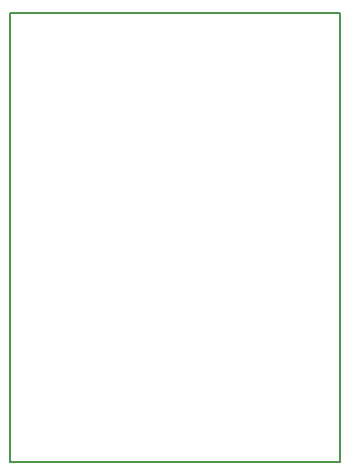
<source format=gm1>
G04*
G04 #@! TF.GenerationSoftware,Altium Limited,Altium Designer,23.10.1 (27)*
G04*
G04 Layer_Color=16711935*
%FSLAX25Y25*%
%MOIN*%
G70*
G04*
G04 #@! TF.SameCoordinates,6BE5E326-444D-4DDB-8984-30915AB2A72B*
G04*
G04*
G04 #@! TF.FilePolarity,Positive*
G04*
G01*
G75*
%ADD12C,0.00787*%
D12*
X0Y149606D02*
X110236D01*
X-0D02*
X0Y0D01*
X110236Y149606D02*
X110236Y0D01*
X0D02*
X110236D01*
M02*

</source>
